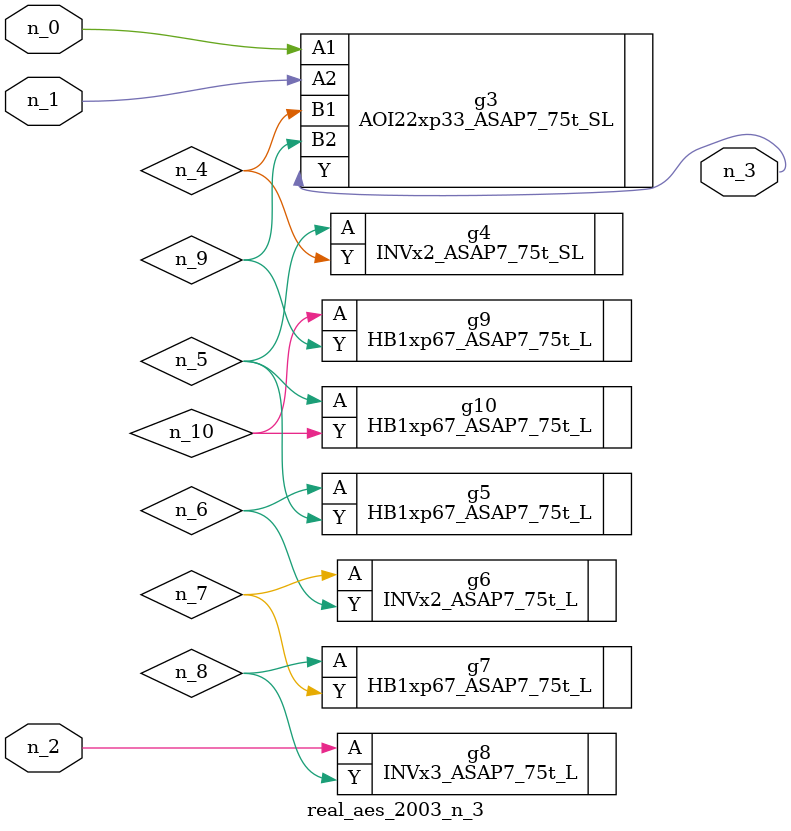
<source format=v>
module real_aes_2003_n_3 (n_0, n_2, n_1, n_3);
input n_0;
input n_2;
input n_1;
output n_3;
wire n_4;
wire n_5;
wire n_7;
wire n_9;
wire n_6;
wire n_8;
wire n_10;
AOI22xp33_ASAP7_75t_SL g3 ( .A1(n_0), .A2(n_1), .B1(n_4), .B2(n_9), .Y(n_3) );
INVx3_ASAP7_75t_L g8 ( .A(n_2), .Y(n_8) );
INVx2_ASAP7_75t_SL g4 ( .A(n_5), .Y(n_4) );
HB1xp67_ASAP7_75t_L g10 ( .A(n_5), .Y(n_10) );
HB1xp67_ASAP7_75t_L g5 ( .A(n_6), .Y(n_5) );
INVx2_ASAP7_75t_L g6 ( .A(n_7), .Y(n_6) );
HB1xp67_ASAP7_75t_L g7 ( .A(n_8), .Y(n_7) );
HB1xp67_ASAP7_75t_L g9 ( .A(n_10), .Y(n_9) );
endmodule
</source>
